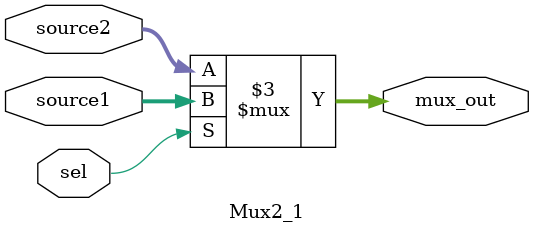
<source format=sv>
module Mux2_1 (
    input           [31:0]  source1,
    input           [31:0]  source2,
    input                   sel,
    output logic    [31:0]  mux_out
);
    
    always_comb begin
        unique case(sel)
            1'b1:   mux_out = source1;
            default:mux_out = source2;
        endcase
    end
    
endmodule
</source>
